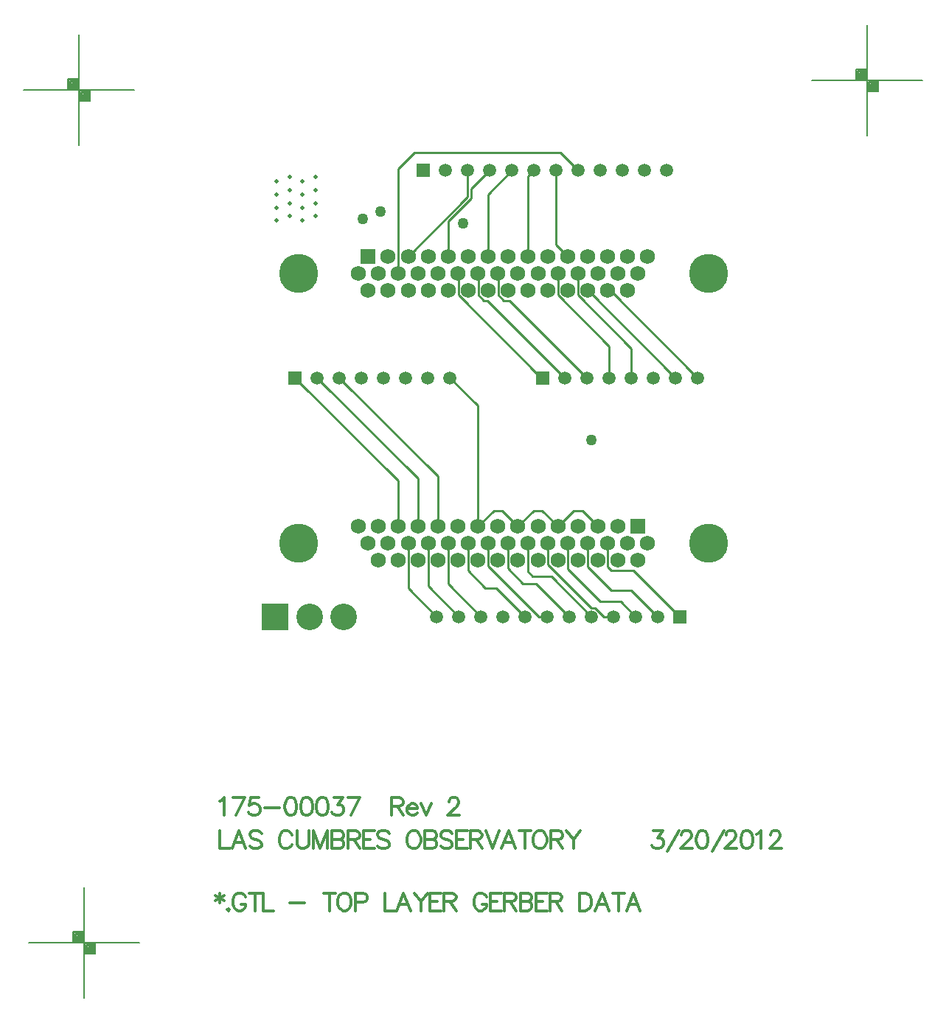
<source format=gtl>
%FSLAX23Y23*%
%MOIN*%
G70*
G01*
G75*
G04 Layer_Physical_Order=1*
G04 Layer_Color=255*
%ADD10C,0.010*%
%ADD11C,0.012*%
%ADD12C,0.008*%
%ADD13C,0.012*%
%ADD14C,0.012*%
%ADD15C,0.069*%
%ADD16R,0.069X0.069*%
%ADD17C,0.177*%
%ADD18C,0.059*%
%ADD19R,0.059X0.059*%
%ADD20C,0.120*%
%ADD21R,0.120X0.120*%
%ADD22C,0.020*%
%ADD23C,0.050*%
D10*
X46270Y34790D02*
X46480Y34580D01*
X46168Y34790D02*
X46270D01*
X46152Y34806D02*
X46168Y34790D01*
X46152Y34806D02*
Y34913D01*
X46260Y34700D02*
X46380Y34580D01*
X46169Y34700D02*
X46260D01*
X46062Y34807D02*
X46169Y34700D01*
X46212Y34648D02*
X46280Y34580D01*
X46120Y34648D02*
X46212D01*
X45972Y34796D02*
X46120Y34648D01*
X46062Y34807D02*
Y34913D01*
X45972Y34796D02*
Y34913D01*
X46136Y34580D02*
X46180D01*
X46096Y34620D02*
X46136Y34580D01*
X46079Y34620D02*
X46096D01*
X45882Y34816D02*
X46079Y34620D01*
X45897Y34763D02*
X46080Y34580D01*
X45882Y34816D02*
Y34913D01*
X45813Y34763D02*
X45897D01*
X45792Y34785D02*
X45813Y34763D01*
X45830Y34730D02*
X45980Y34580D01*
X45769Y34730D02*
X45830D01*
X45701Y34798D02*
X45769Y34730D01*
X45792Y34785D02*
Y34913D01*
X45701Y34798D02*
Y34913D01*
X45842Y34580D02*
X45880D01*
X45611Y34811D02*
X45842Y34580D01*
X45611Y34811D02*
Y34913D01*
X45649Y34711D02*
X45780Y34580D01*
X45598Y34711D02*
X45649D01*
X45521Y34788D02*
X45598Y34711D01*
X45521Y34788D02*
Y34913D01*
X45431Y34729D02*
X45580Y34580D01*
X45431Y34729D02*
Y34913D01*
X45341Y34719D02*
X45480Y34580D01*
X45341Y34719D02*
Y34913D01*
X45251Y34709D02*
X45380Y34580D01*
X45251Y34709D02*
Y34913D01*
X45206Y34991D02*
Y35196D01*
X45920Y36263D02*
Y36600D01*
Y36263D02*
X45972Y36211D01*
X45792Y36572D02*
X45820Y36600D01*
X45792Y36211D02*
Y36572D01*
X45535Y36515D02*
X45620Y36600D01*
X45535Y36474D02*
Y36515D01*
X45431Y36370D02*
X45535Y36474D01*
X45431Y36211D02*
Y36370D01*
X45520Y36480D02*
Y36600D01*
X45251Y36211D02*
X45520Y36480D01*
X45611Y36491D02*
X45720Y36600D01*
X45611Y36211D02*
Y36491D01*
X45939Y36681D02*
X46020Y36600D01*
X45280Y36681D02*
X45939D01*
X45206Y36607D02*
X45280Y36681D01*
X45206Y36133D02*
Y36607D01*
X45296Y34991D02*
Y35205D01*
X44740Y35661D02*
X45206Y35196D01*
X44940Y35661D02*
X45386Y35215D01*
X45566Y34991D02*
X45637Y35061D01*
X45676D02*
X45746Y34991D01*
X45637Y35061D02*
X45676D01*
X45386Y34991D02*
Y35215D01*
X44840Y35661D02*
X45296Y35205D01*
X45440Y35661D02*
X45566Y35535D01*
Y34991D02*
Y35535D01*
X45746Y34991D02*
X45817Y35061D01*
X45856D01*
X45927Y34991D01*
X45997Y35061D01*
X46037D01*
X46107Y34991D01*
X45852Y35661D02*
X45860D01*
X45477Y36037D02*
X45852Y35661D01*
X45477Y36037D02*
Y36132D01*
X45476Y36133D02*
X45477Y36132D01*
X45610Y36011D02*
X45960Y35661D01*
X45593Y36011D02*
X45610D01*
X45567Y36037D02*
X45593Y36011D01*
X45567Y36037D02*
Y36132D01*
X45566Y36133D02*
X45567Y36132D01*
X45710Y36011D02*
X46060Y35661D01*
X45683Y36011D02*
X45710D01*
X45657Y36037D02*
X45683Y36011D01*
X45657Y36037D02*
Y36132D01*
X45656Y36133D02*
X45657Y36132D01*
X46160Y35661D02*
Y35804D01*
X45927Y36037D02*
X46160Y35804D01*
X45927Y36037D02*
Y36132D01*
X45927Y36133D02*
X45927Y36132D01*
X46260Y35661D02*
Y35794D01*
X46018Y36037D02*
X46260Y35794D01*
X46018Y36037D02*
Y36132D01*
X46017Y36133D02*
X46018Y36132D01*
X46066Y36055D02*
X46460Y35661D01*
X46166Y36055D02*
X46560Y35661D01*
X46152Y36055D02*
X46166D01*
D11*
X44398Y33331D02*
Y33285D01*
X44378Y33320D02*
X44417Y33297D01*
Y33320D02*
X44378Y33297D01*
X44437Y33259D02*
X44433Y33255D01*
X44437Y33251D01*
X44441Y33255D01*
X44437Y33259D01*
X44515Y33312D02*
X44511Y33320D01*
X44504Y33327D01*
X44496Y33331D01*
X44481D01*
X44473Y33327D01*
X44466Y33320D01*
X44462Y33312D01*
X44458Y33301D01*
Y33281D01*
X44462Y33270D01*
X44466Y33262D01*
X44473Y33255D01*
X44481Y33251D01*
X44496D01*
X44504Y33255D01*
X44511Y33262D01*
X44515Y33270D01*
Y33281D01*
X44496D02*
X44515D01*
X44560Y33331D02*
Y33251D01*
X44533Y33331D02*
X44587D01*
X44596D02*
Y33251D01*
X44642D01*
X44714Y33285D02*
X44782D01*
X44895Y33331D02*
Y33251D01*
X44869Y33331D02*
X44922D01*
X44954D02*
X44947Y33327D01*
X44939Y33320D01*
X44935Y33312D01*
X44931Y33301D01*
Y33281D01*
X44935Y33270D01*
X44939Y33262D01*
X44947Y33255D01*
X44954Y33251D01*
X44970D01*
X44977Y33255D01*
X44985Y33262D01*
X44989Y33270D01*
X44992Y33281D01*
Y33301D01*
X44989Y33312D01*
X44985Y33320D01*
X44977Y33327D01*
X44970Y33331D01*
X44954D01*
X45011Y33289D02*
X45045D01*
X45057Y33293D01*
X45061Y33297D01*
X45064Y33304D01*
Y33316D01*
X45061Y33323D01*
X45057Y33327D01*
X45045Y33331D01*
X45011D01*
Y33251D01*
X45145Y33331D02*
Y33251D01*
X45191D01*
X45261D02*
X45230Y33331D01*
X45200Y33251D01*
X45211Y33278D02*
X45249D01*
X45279Y33331D02*
X45310Y33293D01*
Y33251D01*
X45340Y33331D02*
X45310Y33293D01*
X45400Y33331D02*
X45350D01*
Y33251D01*
X45400D01*
X45350Y33293D02*
X45381D01*
X45413Y33331D02*
Y33251D01*
Y33331D02*
X45448D01*
X45459Y33327D01*
X45463Y33323D01*
X45467Y33316D01*
Y33308D01*
X45463Y33301D01*
X45459Y33297D01*
X45448Y33293D01*
X45413D01*
X45440D02*
X45467Y33251D01*
X45604Y33312D02*
X45601Y33320D01*
X45593Y33327D01*
X45585Y33331D01*
X45570D01*
X45563Y33327D01*
X45555Y33320D01*
X45551Y33312D01*
X45547Y33301D01*
Y33281D01*
X45551Y33270D01*
X45555Y33262D01*
X45563Y33255D01*
X45570Y33251D01*
X45585D01*
X45593Y33255D01*
X45601Y33262D01*
X45604Y33270D01*
Y33281D01*
X45585D02*
X45604D01*
X45672Y33331D02*
X45623D01*
Y33251D01*
X45672D01*
X45623Y33293D02*
X45653D01*
X45686Y33331D02*
Y33251D01*
Y33331D02*
X45720D01*
X45731Y33327D01*
X45735Y33323D01*
X45739Y33316D01*
Y33308D01*
X45735Y33301D01*
X45731Y33297D01*
X45720Y33293D01*
X45686D01*
X45712D02*
X45739Y33251D01*
X45757Y33331D02*
Y33251D01*
Y33331D02*
X45791D01*
X45803Y33327D01*
X45806Y33323D01*
X45810Y33316D01*
Y33308D01*
X45806Y33301D01*
X45803Y33297D01*
X45791Y33293D01*
X45757D02*
X45791D01*
X45803Y33289D01*
X45806Y33285D01*
X45810Y33278D01*
Y33266D01*
X45806Y33259D01*
X45803Y33255D01*
X45791Y33251D01*
X45757D01*
X45878Y33331D02*
X45828D01*
Y33251D01*
X45878D01*
X45828Y33293D02*
X45859D01*
X45891Y33331D02*
Y33251D01*
Y33331D02*
X45925D01*
X45937Y33327D01*
X45940Y33323D01*
X45944Y33316D01*
Y33308D01*
X45940Y33301D01*
X45937Y33297D01*
X45925Y33293D01*
X45891D01*
X45918D02*
X45944Y33251D01*
X46025Y33331D02*
Y33251D01*
Y33331D02*
X46052D01*
X46063Y33327D01*
X46071Y33320D01*
X46074Y33312D01*
X46078Y33301D01*
Y33281D01*
X46074Y33270D01*
X46071Y33262D01*
X46063Y33255D01*
X46052Y33251D01*
X46025D01*
X46157D02*
X46127Y33331D01*
X46096Y33251D01*
X46108Y33278D02*
X46146D01*
X46202Y33331D02*
Y33251D01*
X46176Y33331D02*
X46229D01*
X46300Y33251D02*
X46269Y33331D01*
X46239Y33251D01*
X46250Y33278D02*
X46288D01*
D12*
X47076Y37005D02*
X47576D01*
X47326Y36755D02*
Y37255D01*
X47376Y36955D02*
Y37005D01*
X47326Y36955D02*
X47376D01*
X47276Y37005D02*
Y37055D01*
X47326D01*
X47281Y37010D02*
X47321D01*
X47281D02*
Y37050D01*
X47321D01*
Y37010D02*
Y37050D01*
X47286Y37015D02*
X47316D01*
X47286D02*
Y37045D01*
X47316D01*
Y37020D02*
Y37045D01*
X47291Y37020D02*
X47311D01*
X47291D02*
Y37040D01*
X47311D01*
Y37025D02*
Y37040D01*
X47296Y37025D02*
X47306D01*
X47296D02*
Y37035D01*
X47306D01*
Y37025D02*
Y37035D01*
X47296Y37030D02*
X47306D01*
X47331Y36960D02*
X47371D01*
X47331D02*
Y37000D01*
X47371D01*
Y36960D02*
Y37000D01*
X47336Y36965D02*
X47366D01*
X47336D02*
Y36995D01*
X47366D01*
Y36970D02*
Y36995D01*
X47341Y36970D02*
X47361D01*
X47341D02*
Y36990D01*
X47361D01*
Y36975D02*
Y36990D01*
X47346Y36975D02*
X47356D01*
X47346D02*
Y36985D01*
X47356D01*
Y36975D02*
Y36985D01*
X47346Y36980D02*
X47356D01*
X43511Y36964D02*
X44011D01*
X43761Y36714D02*
Y37214D01*
X43811Y36914D02*
Y36964D01*
X43761Y36914D02*
X43811D01*
X43711Y36964D02*
Y37014D01*
X43761D01*
X43716Y36969D02*
X43756D01*
X43716D02*
Y37009D01*
X43756D01*
Y36969D02*
Y37009D01*
X43721Y36974D02*
X43751D01*
X43721D02*
Y37004D01*
X43751D01*
Y36979D02*
Y37004D01*
X43726Y36979D02*
X43746D01*
X43726D02*
Y36999D01*
X43746D01*
Y36984D02*
Y36999D01*
X43731Y36984D02*
X43741D01*
X43731D02*
Y36994D01*
X43741D01*
Y36984D02*
Y36994D01*
X43731Y36989D02*
X43741D01*
X43766Y36919D02*
X43806D01*
X43766D02*
Y36959D01*
X43806D01*
Y36919D02*
Y36959D01*
X43771Y36924D02*
X43801D01*
X43771D02*
Y36954D01*
X43801D01*
Y36929D02*
Y36954D01*
X43776Y36929D02*
X43796D01*
X43776D02*
Y36949D01*
X43796D01*
Y36934D02*
Y36949D01*
X43781Y36934D02*
X43791D01*
X43781D02*
Y36944D01*
X43791D01*
Y36934D02*
Y36944D01*
X43781Y36939D02*
X43791D01*
X43534Y33107D02*
X44034D01*
X43784Y32857D02*
Y33357D01*
X43834Y33057D02*
Y33107D01*
X43784Y33057D02*
X43834D01*
X43734Y33107D02*
Y33157D01*
X43784D01*
X43739Y33112D02*
X43779D01*
X43739D02*
Y33152D01*
X43779D01*
Y33112D02*
Y33152D01*
X43744Y33117D02*
X43774D01*
X43744D02*
Y33147D01*
X43774D01*
Y33122D02*
Y33147D01*
X43749Y33122D02*
X43769D01*
X43749D02*
Y33142D01*
X43769D01*
Y33127D02*
Y33142D01*
X43754Y33127D02*
X43764D01*
X43754D02*
Y33137D01*
X43764D01*
Y33127D02*
Y33137D01*
X43754Y33132D02*
X43764D01*
X43789Y33062D02*
X43829D01*
X43789D02*
Y33102D01*
X43829D01*
Y33062D02*
Y33102D01*
X43794Y33067D02*
X43824D01*
X43794D02*
Y33097D01*
X43824D01*
Y33072D02*
Y33097D01*
X43799Y33072D02*
X43819D01*
X43799D02*
Y33092D01*
X43819D01*
Y33077D02*
Y33092D01*
X43804Y33077D02*
X43814D01*
X43804D02*
Y33087D01*
X43814D01*
Y33077D02*
Y33087D01*
X43804Y33082D02*
X43814D01*
D13*
X44399Y33746D02*
X44407Y33750D01*
X44419Y33762D01*
Y33682D01*
X44511Y33762D02*
X44473Y33682D01*
X44458Y33762D02*
X44511D01*
X44575D02*
X44537D01*
X44533Y33727D01*
X44537Y33731D01*
X44548Y33735D01*
X44560D01*
X44571Y33731D01*
X44579Y33724D01*
X44583Y33712D01*
Y33704D01*
X44579Y33693D01*
X44571Y33685D01*
X44560Y33682D01*
X44548D01*
X44537Y33685D01*
X44533Y33689D01*
X44529Y33697D01*
X44601Y33716D02*
X44669D01*
X44716Y33762D02*
X44704Y33758D01*
X44697Y33746D01*
X44693Y33727D01*
Y33716D01*
X44697Y33697D01*
X44704Y33685D01*
X44716Y33682D01*
X44723D01*
X44735Y33685D01*
X44742Y33697D01*
X44746Y33716D01*
Y33727D01*
X44742Y33746D01*
X44735Y33758D01*
X44723Y33762D01*
X44716D01*
X44787D02*
X44775Y33758D01*
X44768Y33746D01*
X44764Y33727D01*
Y33716D01*
X44768Y33697D01*
X44775Y33685D01*
X44787Y33682D01*
X44794D01*
X44806Y33685D01*
X44814Y33697D01*
X44817Y33716D01*
Y33727D01*
X44814Y33746D01*
X44806Y33758D01*
X44794Y33762D01*
X44787D01*
X44858D02*
X44847Y33758D01*
X44839Y33746D01*
X44835Y33727D01*
Y33716D01*
X44839Y33697D01*
X44847Y33685D01*
X44858Y33682D01*
X44866D01*
X44877Y33685D01*
X44885Y33697D01*
X44889Y33716D01*
Y33727D01*
X44885Y33746D01*
X44877Y33758D01*
X44866Y33762D01*
X44858D01*
X44914D02*
X44956D01*
X44933Y33731D01*
X44945D01*
X44952Y33727D01*
X44956Y33724D01*
X44960Y33712D01*
Y33704D01*
X44956Y33693D01*
X44948Y33685D01*
X44937Y33682D01*
X44925D01*
X44914Y33685D01*
X44910Y33689D01*
X44906Y33697D01*
X45031Y33762D02*
X44993Y33682D01*
X44978Y33762D02*
X45031D01*
X45175D02*
Y33682D01*
Y33762D02*
X45209D01*
X45220Y33758D01*
X45224Y33754D01*
X45228Y33746D01*
Y33739D01*
X45224Y33731D01*
X45220Y33727D01*
X45209Y33724D01*
X45175D01*
X45201D02*
X45228Y33682D01*
X45246Y33712D02*
X45291D01*
Y33720D01*
X45288Y33727D01*
X45284Y33731D01*
X45276Y33735D01*
X45265D01*
X45257Y33731D01*
X45250Y33724D01*
X45246Y33712D01*
Y33704D01*
X45250Y33693D01*
X45257Y33685D01*
X45265Y33682D01*
X45276D01*
X45284Y33685D01*
X45291Y33693D01*
X45309Y33735D02*
X45331Y33682D01*
X45354Y33735D02*
X45331Y33682D01*
X45434Y33743D02*
Y33746D01*
X45438Y33754D01*
X45442Y33758D01*
X45449Y33762D01*
X45464D01*
X45472Y33758D01*
X45476Y33754D01*
X45480Y33746D01*
Y33739D01*
X45476Y33731D01*
X45468Y33720D01*
X45430Y33682D01*
X45483D01*
D14*
X44399Y33612D02*
Y33532D01*
X44445D01*
X44515D02*
X44484Y33612D01*
X44454Y33532D01*
X44465Y33558D02*
X44503D01*
X44587Y33600D02*
X44579Y33608D01*
X44568Y33612D01*
X44553D01*
X44541Y33608D01*
X44534Y33600D01*
Y33593D01*
X44537Y33585D01*
X44541Y33581D01*
X44549Y33577D01*
X44572Y33570D01*
X44579Y33566D01*
X44583Y33562D01*
X44587Y33554D01*
Y33543D01*
X44579Y33535D01*
X44568Y33532D01*
X44553D01*
X44541Y33535D01*
X44534Y33543D01*
X44725Y33593D02*
X44721Y33600D01*
X44713Y33608D01*
X44706Y33612D01*
X44690D01*
X44683Y33608D01*
X44675Y33600D01*
X44671Y33593D01*
X44668Y33581D01*
Y33562D01*
X44671Y33551D01*
X44675Y33543D01*
X44683Y33535D01*
X44690Y33532D01*
X44706D01*
X44713Y33535D01*
X44721Y33543D01*
X44725Y33551D01*
X44747Y33612D02*
Y33554D01*
X44751Y33543D01*
X44759Y33535D01*
X44770Y33532D01*
X44778D01*
X44789Y33535D01*
X44797Y33543D01*
X44801Y33554D01*
Y33612D01*
X44823D02*
Y33532D01*
Y33612D02*
X44853Y33532D01*
X44884Y33612D02*
X44853Y33532D01*
X44884Y33612D02*
Y33532D01*
X44906Y33612D02*
Y33532D01*
Y33612D02*
X44941D01*
X44952Y33608D01*
X44956Y33604D01*
X44960Y33596D01*
Y33589D01*
X44956Y33581D01*
X44952Y33577D01*
X44941Y33573D01*
X44906D02*
X44941D01*
X44952Y33570D01*
X44956Y33566D01*
X44960Y33558D01*
Y33547D01*
X44956Y33539D01*
X44952Y33535D01*
X44941Y33532D01*
X44906D01*
X44978Y33612D02*
Y33532D01*
Y33612D02*
X45012D01*
X45023Y33608D01*
X45027Y33604D01*
X45031Y33596D01*
Y33589D01*
X45027Y33581D01*
X45023Y33577D01*
X45012Y33573D01*
X44978D01*
X45004D02*
X45031Y33532D01*
X45098Y33612D02*
X45049D01*
Y33532D01*
X45098D01*
X45049Y33573D02*
X45079D01*
X45165Y33600D02*
X45157Y33608D01*
X45146Y33612D01*
X45131D01*
X45119Y33608D01*
X45112Y33600D01*
Y33593D01*
X45116Y33585D01*
X45119Y33581D01*
X45127Y33577D01*
X45150Y33570D01*
X45157Y33566D01*
X45161Y33562D01*
X45165Y33554D01*
Y33543D01*
X45157Y33535D01*
X45146Y33532D01*
X45131D01*
X45119Y33535D01*
X45112Y33543D01*
X45269Y33612D02*
X45261Y33608D01*
X45253Y33600D01*
X45250Y33593D01*
X45246Y33581D01*
Y33562D01*
X45250Y33551D01*
X45253Y33543D01*
X45261Y33535D01*
X45269Y33532D01*
X45284D01*
X45291Y33535D01*
X45299Y33543D01*
X45303Y33551D01*
X45307Y33562D01*
Y33581D01*
X45303Y33593D01*
X45299Y33600D01*
X45291Y33608D01*
X45284Y33612D01*
X45269D01*
X45325D02*
Y33532D01*
Y33612D02*
X45360D01*
X45371Y33608D01*
X45375Y33604D01*
X45379Y33596D01*
Y33589D01*
X45375Y33581D01*
X45371Y33577D01*
X45360Y33573D01*
X45325D02*
X45360D01*
X45371Y33570D01*
X45375Y33566D01*
X45379Y33558D01*
Y33547D01*
X45375Y33539D01*
X45371Y33535D01*
X45360Y33532D01*
X45325D01*
X45450Y33600D02*
X45442Y33608D01*
X45431Y33612D01*
X45416D01*
X45404Y33608D01*
X45397Y33600D01*
Y33593D01*
X45400Y33585D01*
X45404Y33581D01*
X45412Y33577D01*
X45435Y33570D01*
X45442Y33566D01*
X45446Y33562D01*
X45450Y33554D01*
Y33543D01*
X45442Y33535D01*
X45431Y33532D01*
X45416D01*
X45404Y33535D01*
X45397Y33543D01*
X45517Y33612D02*
X45468D01*
Y33532D01*
X45517D01*
X45468Y33573D02*
X45498D01*
X45531Y33612D02*
Y33532D01*
Y33612D02*
X45565D01*
X45576Y33608D01*
X45580Y33604D01*
X45584Y33596D01*
Y33589D01*
X45580Y33581D01*
X45576Y33577D01*
X45565Y33573D01*
X45531D01*
X45557D02*
X45584Y33532D01*
X45602Y33612D02*
X45632Y33532D01*
X45663Y33612D02*
X45632Y33532D01*
X45734D02*
X45704Y33612D01*
X45673Y33532D01*
X45685Y33558D02*
X45723D01*
X45779Y33612D02*
Y33532D01*
X45753Y33612D02*
X45806D01*
X45838D02*
X45831Y33608D01*
X45823Y33600D01*
X45819Y33593D01*
X45816Y33581D01*
Y33562D01*
X45819Y33551D01*
X45823Y33543D01*
X45831Y33535D01*
X45838Y33532D01*
X45854D01*
X45861Y33535D01*
X45869Y33543D01*
X45873Y33551D01*
X45877Y33562D01*
Y33581D01*
X45873Y33593D01*
X45869Y33600D01*
X45861Y33608D01*
X45854Y33612D01*
X45838D01*
X45895D02*
Y33532D01*
Y33612D02*
X45929D01*
X45941Y33608D01*
X45945Y33604D01*
X45948Y33596D01*
Y33589D01*
X45945Y33581D01*
X45941Y33577D01*
X45929Y33573D01*
X45895D01*
X45922D02*
X45948Y33532D01*
X45966Y33612D02*
X45997Y33573D01*
Y33532D01*
X46027Y33612D02*
X45997Y33573D01*
X46359Y33612D02*
X46401D01*
X46379Y33581D01*
X46390D01*
X46398Y33577D01*
X46401Y33573D01*
X46405Y33562D01*
Y33554D01*
X46401Y33543D01*
X46394Y33535D01*
X46382Y33532D01*
X46371D01*
X46359Y33535D01*
X46356Y33539D01*
X46352Y33547D01*
X46423Y33520D02*
X46476Y33612D01*
X46486Y33593D02*
Y33596D01*
X46489Y33604D01*
X46493Y33608D01*
X46501Y33612D01*
X46516D01*
X46524Y33608D01*
X46527Y33604D01*
X46531Y33596D01*
Y33589D01*
X46527Y33581D01*
X46520Y33570D01*
X46482Y33532D01*
X46535D01*
X46576Y33612D02*
X46564Y33608D01*
X46557Y33596D01*
X46553Y33577D01*
Y33566D01*
X46557Y33547D01*
X46564Y33535D01*
X46576Y33532D01*
X46583D01*
X46595Y33535D01*
X46602Y33547D01*
X46606Y33566D01*
Y33577D01*
X46602Y33596D01*
X46595Y33608D01*
X46583Y33612D01*
X46576D01*
X46624Y33520D02*
X46677Y33612D01*
X46687Y33593D02*
Y33596D01*
X46690Y33604D01*
X46694Y33608D01*
X46702Y33612D01*
X46717D01*
X46725Y33608D01*
X46729Y33604D01*
X46732Y33596D01*
Y33589D01*
X46729Y33581D01*
X46721Y33570D01*
X46683Y33532D01*
X46736D01*
X46777Y33612D02*
X46765Y33608D01*
X46758Y33596D01*
X46754Y33577D01*
Y33566D01*
X46758Y33547D01*
X46765Y33535D01*
X46777Y33532D01*
X46785D01*
X46796Y33535D01*
X46804Y33547D01*
X46807Y33566D01*
Y33577D01*
X46804Y33596D01*
X46796Y33608D01*
X46785Y33612D01*
X46777D01*
X46825Y33596D02*
X46833Y33600D01*
X46844Y33612D01*
Y33532D01*
X46888Y33593D02*
Y33596D01*
X46892Y33604D01*
X46895Y33608D01*
X46903Y33612D01*
X46918D01*
X46926Y33608D01*
X46930Y33604D01*
X46933Y33596D01*
Y33589D01*
X46930Y33581D01*
X46922Y33570D01*
X46884Y33532D01*
X46937D01*
D15*
X46242Y36055D02*
D03*
X46152D02*
D03*
X46062D02*
D03*
X45972D02*
D03*
X45882D02*
D03*
X45792D02*
D03*
X45701D02*
D03*
X45611D02*
D03*
X45521D02*
D03*
X45431D02*
D03*
X45341D02*
D03*
X45251D02*
D03*
X45160D02*
D03*
X45070D02*
D03*
X46287Y36133D02*
D03*
X46197D02*
D03*
X46107D02*
D03*
X46017D02*
D03*
X45927D02*
D03*
X45837D02*
D03*
X45746D02*
D03*
X45656D02*
D03*
X45566D02*
D03*
X45476D02*
D03*
X45386D02*
D03*
X45296D02*
D03*
X45206D02*
D03*
X45115D02*
D03*
X45025D02*
D03*
X46332Y36211D02*
D03*
X46242D02*
D03*
X46152D02*
D03*
X46062D02*
D03*
X45972D02*
D03*
X45882D02*
D03*
X45792D02*
D03*
X45701D02*
D03*
X45611D02*
D03*
X45521D02*
D03*
X45431D02*
D03*
X45341D02*
D03*
X45251D02*
D03*
X45160D02*
D03*
X46197Y34991D02*
D03*
X46107D02*
D03*
X46017D02*
D03*
X45927D02*
D03*
X45837D02*
D03*
X45746D02*
D03*
X45656D02*
D03*
X45566D02*
D03*
X45476D02*
D03*
X45386D02*
D03*
X45296D02*
D03*
X45206D02*
D03*
X45115D02*
D03*
X45025D02*
D03*
X46332Y34913D02*
D03*
X46242D02*
D03*
X46152D02*
D03*
X46062D02*
D03*
X45972D02*
D03*
X45882D02*
D03*
X45792D02*
D03*
X45701D02*
D03*
X45611D02*
D03*
X45521D02*
D03*
X45431D02*
D03*
X45341D02*
D03*
X45251D02*
D03*
X45160D02*
D03*
X45070D02*
D03*
X46287Y34835D02*
D03*
X46197D02*
D03*
X46107D02*
D03*
X46017D02*
D03*
X45927D02*
D03*
X45837D02*
D03*
X45746D02*
D03*
X45656D02*
D03*
X45566D02*
D03*
X45476D02*
D03*
X45386D02*
D03*
X45296D02*
D03*
X45206D02*
D03*
X45115D02*
D03*
D16*
X45070Y36211D02*
D03*
X46287Y34991D02*
D03*
D17*
X46607Y36133D02*
D03*
X44755D02*
D03*
Y34913D02*
D03*
X46607D02*
D03*
D18*
X45380Y34580D02*
D03*
X45480D02*
D03*
X45580D02*
D03*
X45680D02*
D03*
X45780D02*
D03*
X45880D02*
D03*
X45980D02*
D03*
X46080D02*
D03*
X46180D02*
D03*
X46280D02*
D03*
X46380D02*
D03*
X45440Y35661D02*
D03*
X45340D02*
D03*
X45240D02*
D03*
X45140D02*
D03*
X45040D02*
D03*
X44940D02*
D03*
X44840D02*
D03*
X46560D02*
D03*
X46460D02*
D03*
X46360D02*
D03*
X46260D02*
D03*
X46160D02*
D03*
X46060D02*
D03*
X45960D02*
D03*
X46420Y36600D02*
D03*
X46320D02*
D03*
X46220D02*
D03*
X46120D02*
D03*
X46020D02*
D03*
X45920D02*
D03*
X45820D02*
D03*
X45720D02*
D03*
X45620D02*
D03*
X45520D02*
D03*
X45420D02*
D03*
D19*
X46480Y34580D02*
D03*
X44740Y35661D02*
D03*
X45860D02*
D03*
X45320Y36600D02*
D03*
D20*
X44960Y34580D02*
D03*
X44804D02*
D03*
D21*
X44648D02*
D03*
D22*
X44655Y36549D02*
D03*
Y36490D02*
D03*
Y36431D02*
D03*
Y36372D02*
D03*
X44714Y36392D02*
D03*
Y36451D02*
D03*
Y36510D02*
D03*
Y36569D02*
D03*
X44773Y36549D02*
D03*
Y36490D02*
D03*
Y36431D02*
D03*
Y36372D02*
D03*
X44832Y36392D02*
D03*
Y36451D02*
D03*
Y36510D02*
D03*
Y36569D02*
D03*
D23*
X45500Y36361D02*
D03*
X46080Y35381D02*
D03*
X45124Y36413D02*
D03*
X45045Y36379D02*
D03*
M02*

</source>
